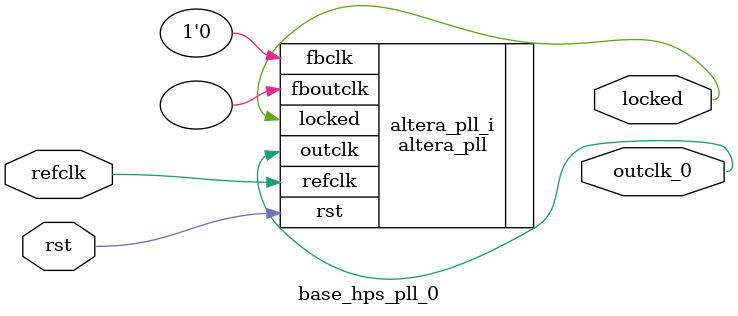
<source format=v>
`timescale 1ns/10ps
module  base_hps_pll_0(

	// interface 'refclk'
	input wire refclk,

	// interface 'reset'
	input wire rst,

	// interface 'outclk0'
	output wire outclk_0,

	// interface 'locked'
	output wire locked
);

	altera_pll #(
		.fractional_vco_multiplier("false"),
		.reference_clock_frequency("50.0 MHz"),
		.operation_mode("direct"),
		.number_of_clocks(1),
		.output_clock_frequency0("50.000000 MHz"),
		.phase_shift0("0 ps"),
		.duty_cycle0(50),
		.output_clock_frequency1("0 MHz"),
		.phase_shift1("0 ps"),
		.duty_cycle1(50),
		.output_clock_frequency2("0 MHz"),
		.phase_shift2("0 ps"),
		.duty_cycle2(50),
		.output_clock_frequency3("0 MHz"),
		.phase_shift3("0 ps"),
		.duty_cycle3(50),
		.output_clock_frequency4("0 MHz"),
		.phase_shift4("0 ps"),
		.duty_cycle4(50),
		.output_clock_frequency5("0 MHz"),
		.phase_shift5("0 ps"),
		.duty_cycle5(50),
		.output_clock_frequency6("0 MHz"),
		.phase_shift6("0 ps"),
		.duty_cycle6(50),
		.output_clock_frequency7("0 MHz"),
		.phase_shift7("0 ps"),
		.duty_cycle7(50),
		.output_clock_frequency8("0 MHz"),
		.phase_shift8("0 ps"),
		.duty_cycle8(50),
		.output_clock_frequency9("0 MHz"),
		.phase_shift9("0 ps"),
		.duty_cycle9(50),
		.output_clock_frequency10("0 MHz"),
		.phase_shift10("0 ps"),
		.duty_cycle10(50),
		.output_clock_frequency11("0 MHz"),
		.phase_shift11("0 ps"),
		.duty_cycle11(50),
		.output_clock_frequency12("0 MHz"),
		.phase_shift12("0 ps"),
		.duty_cycle12(50),
		.output_clock_frequency13("0 MHz"),
		.phase_shift13("0 ps"),
		.duty_cycle13(50),
		.output_clock_frequency14("0 MHz"),
		.phase_shift14("0 ps"),
		.duty_cycle14(50),
		.output_clock_frequency15("0 MHz"),
		.phase_shift15("0 ps"),
		.duty_cycle15(50),
		.output_clock_frequency16("0 MHz"),
		.phase_shift16("0 ps"),
		.duty_cycle16(50),
		.output_clock_frequency17("0 MHz"),
		.phase_shift17("0 ps"),
		.duty_cycle17(50),
		.pll_type("General"),
		.pll_subtype("General")
	) altera_pll_i (
		.rst	(rst),
		.outclk	({outclk_0}),
		.locked	(locked),
		.fboutclk	( ),
		.fbclk	(1'b0),
		.refclk	(refclk)
	);
endmodule


</source>
